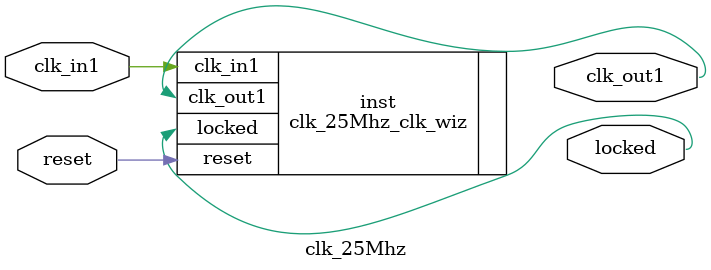
<source format=v>


`timescale 1ps/1ps

(* CORE_GENERATION_INFO = "clk_25Mhz,clk_wiz_v5_3_0,{component_name=clk_25Mhz,use_phase_alignment=true,use_min_o_jitter=false,use_max_i_jitter=false,use_dyn_phase_shift=false,use_inclk_switchover=false,use_dyn_reconfig=false,enable_axi=0,feedback_source=FDBK_AUTO,PRIMITIVE=PLL,num_out_clk=1,clkin1_period=10.0,clkin2_period=10.0,use_power_down=false,use_reset=true,use_locked=true,use_inclk_stopped=false,feedback_type=SINGLE,CLOCK_MGR_TYPE=NA,manual_override=false}" *)

module clk_25Mhz 
 (
 // Clock in ports
  input         clk_in1,
  // Clock out ports
  output        clk_out1,
  // Status and control signals
  input         reset,
  output        locked
 );

  clk_25Mhz_clk_wiz inst
  (
 // Clock in ports
  .clk_in1(clk_in1),
  // Clock out ports  
  .clk_out1(clk_out1),
  // Status and control signals               
  .reset(reset), 
  .locked(locked)            
  );

endmodule

</source>
